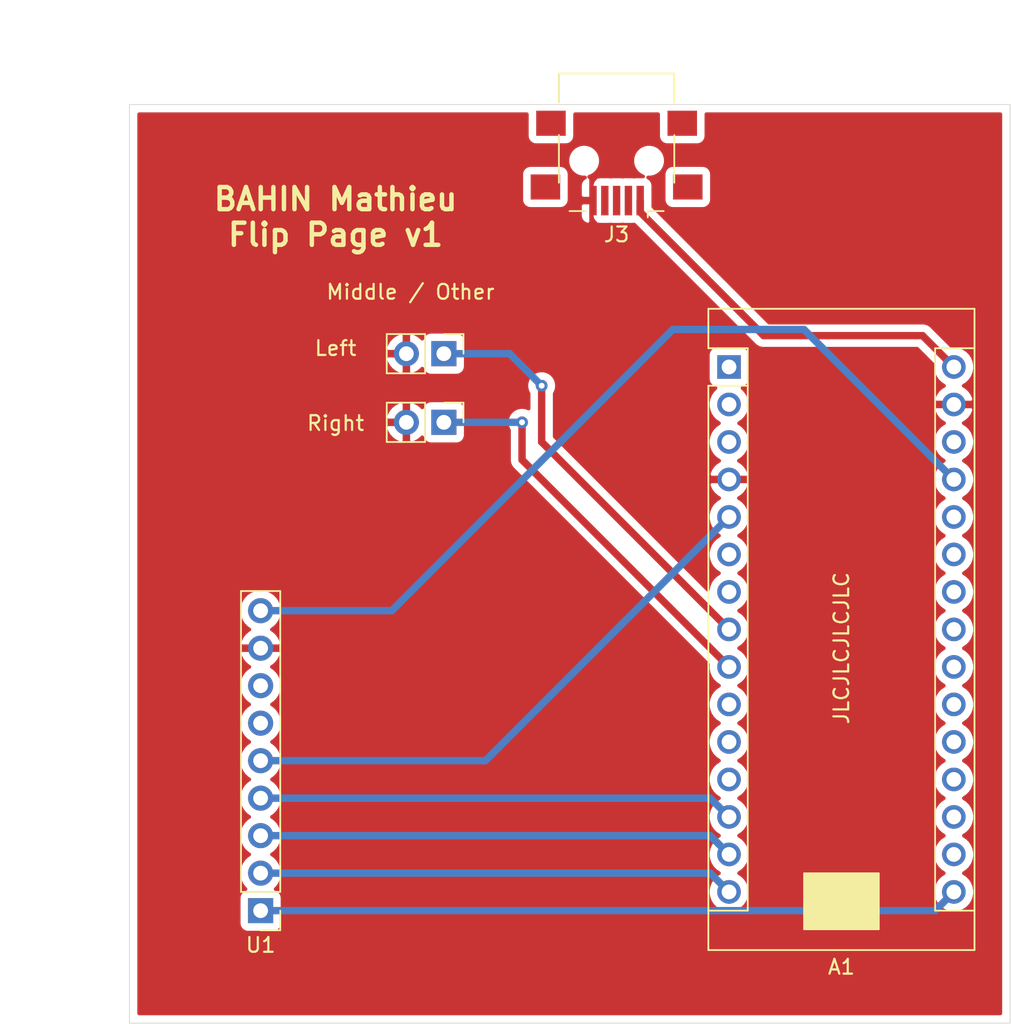
<source format=kicad_pcb>
(kicad_pcb (version 20171130) (host pcbnew "(5.1.8)-1")

  (general
    (thickness 1.6)
    (drawings 14)
    (tracks 27)
    (zones 0)
    (modules 5)
    (nets 36)
  )

  (page A4)
  (layers
    (0 F.Cu signal)
    (31 B.Cu signal)
    (32 B.Adhes user)
    (33 F.Adhes user)
    (34 B.Paste user)
    (35 F.Paste user)
    (36 B.SilkS user)
    (37 F.SilkS user)
    (38 B.Mask user hide)
    (39 F.Mask user hide)
    (40 Dwgs.User user)
    (41 Cmts.User user hide)
    (42 Eco1.User user hide)
    (43 Eco2.User user hide)
    (44 Edge.Cuts user)
    (45 Margin user)
    (46 B.CrtYd user hide)
    (47 F.CrtYd user hide)
    (48 B.Fab user hide)
    (49 F.Fab user hide)
  )

  (setup
    (last_trace_width 0.25)
    (user_trace_width 0.5)
    (trace_clearance 0.2)
    (zone_clearance 0.508)
    (zone_45_only no)
    (trace_min 0.2)
    (via_size 0.8)
    (via_drill 0.4)
    (via_min_size 0.4)
    (via_min_drill 0.3)
    (uvia_size 0.3)
    (uvia_drill 0.1)
    (uvias_allowed no)
    (uvia_min_size 0.2)
    (uvia_min_drill 0.1)
    (edge_width 0.05)
    (segment_width 0.2)
    (pcb_text_width 0.3)
    (pcb_text_size 1.5 1.5)
    (mod_edge_width 0.12)
    (mod_text_size 1 1)
    (mod_text_width 0.15)
    (pad_size 1.7 1.7)
    (pad_drill 1.5)
    (pad_to_mask_clearance 0)
    (aux_axis_origin 0 0)
    (visible_elements 7FFFFFFF)
    (pcbplotparams
      (layerselection 0x010fc_ffffffff)
      (usegerberextensions true)
      (usegerberattributes true)
      (usegerberadvancedattributes true)
      (creategerberjobfile true)
      (excludeedgelayer true)
      (linewidth 0.100000)
      (plotframeref false)
      (viasonmask false)
      (mode 1)
      (useauxorigin false)
      (hpglpennumber 1)
      (hpglpenspeed 20)
      (hpglpendiameter 15.000000)
      (psnegative false)
      (psa4output false)
      (plotreference true)
      (plotvalue true)
      (plotinvisibletext false)
      (padsonsilk false)
      (subtractmaskfromsilk false)
      (outputformat 1)
      (mirror false)
      (drillshape 0)
      (scaleselection 1)
      (outputdirectory "gerber/"))
  )

  (net 0 "")
  (net 1 "Net-(A1-Pad16)")
  (net 2 "Net-(A1-Pad15)")
  (net 3 "Net-(A1-Pad30)")
  (net 4 "Net-(A1-Pad14)")
  (net 5 "Net-(A1-Pad29)")
  (net 6 "Net-(A1-Pad13)")
  (net 7 "Net-(A1-Pad28)")
  (net 8 "Net-(A1-Pad12)")
  (net 9 "Net-(A1-Pad27)")
  (net 10 "Net-(A1-Pad11)")
  (net 11 "Net-(A1-Pad26)")
  (net 12 "Net-(A1-Pad10)")
  (net 13 "Net-(A1-Pad25)")
  (net 14 "Net-(A1-Pad9)")
  (net 15 "Net-(A1-Pad24)")
  (net 16 "Net-(A1-Pad8)")
  (net 17 "Net-(A1-Pad23)")
  (net 18 "Net-(A1-Pad7)")
  (net 19 "Net-(A1-Pad22)")
  (net 20 "Net-(A1-Pad6)")
  (net 21 "Net-(A1-Pad21)")
  (net 22 "Net-(A1-Pad5)")
  (net 23 "Net-(A1-Pad20)")
  (net 24 "Net-(A1-Pad19)")
  (net 25 "Net-(A1-Pad3)")
  (net 26 "Net-(A1-Pad18)")
  (net 27 "Net-(A1-Pad2)")
  (net 28 "Net-(A1-Pad17)")
  (net 29 "Net-(A1-Pad1)")
  (net 30 "Net-(J3-Pad6)")
  (net 31 "Net-(J3-Pad4)")
  (net 32 "Net-(J3-Pad3)")
  (net 33 "Net-(J3-Pad2)")
  (net 34 "Net-(U1-Pad7)")
  (net 35 "Net-(U1-Pad6)")

  (net_class Default "This is the default net class."
    (clearance 0.2)
    (trace_width 0.25)
    (via_dia 0.8)
    (via_drill 0.4)
    (uvia_dia 0.3)
    (uvia_drill 0.1)
    (add_net "Net-(A1-Pad1)")
    (add_net "Net-(A1-Pad10)")
    (add_net "Net-(A1-Pad11)")
    (add_net "Net-(A1-Pad12)")
    (add_net "Net-(A1-Pad13)")
    (add_net "Net-(A1-Pad14)")
    (add_net "Net-(A1-Pad15)")
    (add_net "Net-(A1-Pad16)")
    (add_net "Net-(A1-Pad17)")
    (add_net "Net-(A1-Pad18)")
    (add_net "Net-(A1-Pad19)")
    (add_net "Net-(A1-Pad2)")
    (add_net "Net-(A1-Pad20)")
    (add_net "Net-(A1-Pad21)")
    (add_net "Net-(A1-Pad22)")
    (add_net "Net-(A1-Pad23)")
    (add_net "Net-(A1-Pad24)")
    (add_net "Net-(A1-Pad25)")
    (add_net "Net-(A1-Pad26)")
    (add_net "Net-(A1-Pad27)")
    (add_net "Net-(A1-Pad28)")
    (add_net "Net-(A1-Pad29)")
    (add_net "Net-(A1-Pad3)")
    (add_net "Net-(A1-Pad30)")
    (add_net "Net-(A1-Pad5)")
    (add_net "Net-(A1-Pad6)")
    (add_net "Net-(A1-Pad7)")
    (add_net "Net-(A1-Pad8)")
    (add_net "Net-(A1-Pad9)")
    (add_net "Net-(J3-Pad2)")
    (add_net "Net-(J3-Pad3)")
    (add_net "Net-(J3-Pad4)")
    (add_net "Net-(J3-Pad6)")
    (add_net "Net-(U1-Pad6)")
    (add_net "Net-(U1-Pad7)")
  )

  (module Connector_PinHeader_2.54mm:PinHeader_1x09_P2.54mm_Vertical (layer F.Cu) (tedit 59FED5CC) (tstamp 5FDE145A)
    (at 95.25 132.08 180)
    (descr "Through hole straight pin header, 1x09, 2.54mm pitch, single row")
    (tags "Through hole pin header THT 1x09 2.54mm single row")
    (path /5FBBD8D6)
    (fp_text reference U1 (at 0 -2.33) (layer F.SilkS)
      (effects (font (size 1 1) (thickness 0.15)))
    )
    (fp_text value Bluefruit_SPI_Bluetooth (at 0 22.65) (layer F.Fab)
      (effects (font (size 1 1) (thickness 0.15)))
    )
    (fp_line (start -0.635 -1.27) (end 1.27 -1.27) (layer F.Fab) (width 0.1))
    (fp_line (start 1.27 -1.27) (end 1.27 21.59) (layer F.Fab) (width 0.1))
    (fp_line (start 1.27 21.59) (end -1.27 21.59) (layer F.Fab) (width 0.1))
    (fp_line (start -1.27 21.59) (end -1.27 -0.635) (layer F.Fab) (width 0.1))
    (fp_line (start -1.27 -0.635) (end -0.635 -1.27) (layer F.Fab) (width 0.1))
    (fp_line (start -1.33 21.65) (end 1.33 21.65) (layer F.SilkS) (width 0.12))
    (fp_line (start -1.33 1.27) (end -1.33 21.65) (layer F.SilkS) (width 0.12))
    (fp_line (start 1.33 1.27) (end 1.33 21.65) (layer F.SilkS) (width 0.12))
    (fp_line (start -1.33 1.27) (end 1.33 1.27) (layer F.SilkS) (width 0.12))
    (fp_line (start -1.33 0) (end -1.33 -1.33) (layer F.SilkS) (width 0.12))
    (fp_line (start -1.33 -1.33) (end 0 -1.33) (layer F.SilkS) (width 0.12))
    (fp_line (start -1.8 -1.8) (end -1.8 22.1) (layer F.CrtYd) (width 0.05))
    (fp_line (start -1.8 22.1) (end 1.8 22.1) (layer F.CrtYd) (width 0.05))
    (fp_line (start 1.8 22.1) (end 1.8 -1.8) (layer F.CrtYd) (width 0.05))
    (fp_line (start 1.8 -1.8) (end -1.8 -1.8) (layer F.CrtYd) (width 0.05))
    (fp_text user %R (at 0 10.16 90) (layer F.Fab)
      (effects (font (size 1 1) (thickness 0.15)))
    )
    (pad 1 thru_hole rect (at 0 0 180) (size 1.7 1.7) (drill 1) (layers *.Cu *.Mask)
      (net 1 "Net-(A1-Pad16)"))
    (pad 2 thru_hole oval (at 0 2.54 180) (size 1.7 1.7) (drill 1) (layers *.Cu *.Mask)
      (net 2 "Net-(A1-Pad15)"))
    (pad 3 thru_hole oval (at 0 5.08 180) (size 1.7 1.7) (drill 1) (layers *.Cu *.Mask)
      (net 4 "Net-(A1-Pad14)"))
    (pad 4 thru_hole oval (at 0 7.62 180) (size 1.7 1.7) (drill 1) (layers *.Cu *.Mask)
      (net 6 "Net-(A1-Pad13)"))
    (pad 5 thru_hole oval (at 0 10.16 180) (size 1.7 1.7) (drill 1) (layers *.Cu *.Mask)
      (net 22 "Net-(A1-Pad5)"))
    (pad 6 thru_hole oval (at 0 12.7 180) (size 1.7 1.7) (drill 1) (layers *.Cu *.Mask)
      (net 35 "Net-(U1-Pad6)"))
    (pad 7 thru_hole oval (at 0 15.24 180) (size 1.7 1.7) (drill 1) (layers *.Cu *.Mask)
      (net 34 "Net-(U1-Pad7)"))
    (pad 8 thru_hole oval (at 0 17.78 180) (size 1.7 1.7) (drill 1) (layers *.Cu *.Mask)
      (net 5 "Net-(A1-Pad29)"))
    (pad 9 thru_hole oval (at 0 20.32 180) (size 1.7 1.7) (drill 1) (layers *.Cu *.Mask)
      (net 9 "Net-(A1-Pad27)"))
    (model ${KISYS3DMOD}/Connector_PinHeader_2.54mm.3dshapes/PinHeader_1x09_P2.54mm_Vertical.wrl
      (at (xyz 0 0 0))
      (scale (xyz 1 1 1))
      (rotate (xyz 0 0 0))
    )
  )

  (module librairie:USB_Mini-B_Lumberg_2486_01_Horizontal (layer F.Cu) (tedit 5FD4D036) (tstamp 5FA3011B)
    (at 119.38 81.28 180)
    (descr "USB Mini-B 5-pin SMD connector, http://downloads.lumberg.com/datenblaetter/en/2486_01.pdf")
    (tags "USB USB_B USB_Mini connector")
    (path /5FA241C7)
    (attr smd)
    (fp_text reference J3 (at 0 -5) (layer F.SilkS)
      (effects (font (size 1 1) (thickness 0.15)))
    )
    (fp_text value USB_B_Mini (at 0 7.5) (layer F.Fab)
      (effects (font (size 1 1) (thickness 0.15)))
    )
    (fp_line (start 2.35 -4.2) (end -2.35 -4.2) (layer F.CrtYd) (width 0.05))
    (fp_line (start 2.35 -3.95) (end 2.35 -4.2) (layer F.CrtYd) (width 0.05))
    (fp_line (start 4.35 1.5) (end 5.95 1.5) (layer F.CrtYd) (width 0.05))
    (fp_line (start 4.35 4.2) (end 5.95 4.2) (layer F.CrtYd) (width 0.05))
    (fp_line (start 4.35 6.35) (end 4.35 4.2) (layer F.CrtYd) (width 0.05))
    (fp_line (start 3.91 5.91) (end -3.91 5.91) (layer F.SilkS) (width 0.12))
    (fp_line (start -1.6 -2.85) (end -1.25 -3.35) (layer F.Fab) (width 0.1))
    (fp_line (start -2.11 -3.41) (end -2.11 -3.84) (layer F.SilkS) (width 0.12))
    (fp_line (start 3.91 5.91) (end 3.91 3.96) (layer F.SilkS) (width 0.12))
    (fp_line (start 3.91 1.74) (end 3.91 -1.49) (layer F.SilkS) (width 0.12))
    (fp_line (start 2.11 -3.41) (end 3.19 -3.41) (layer F.SilkS) (width 0.12))
    (fp_line (start -3.19 -3.41) (end -2.11 -3.41) (layer F.SilkS) (width 0.12))
    (fp_line (start -3.91 1.74) (end -3.91 -1.49) (layer F.SilkS) (width 0.12))
    (fp_line (start -3.91 5.91) (end -3.91 3.96) (layer F.SilkS) (width 0.12))
    (fp_line (start 3.85 5.85) (end 3.85 -3.35) (layer F.Fab) (width 0.1))
    (fp_line (start -3.85 5.85) (end 3.85 5.85) (layer F.Fab) (width 0.1))
    (fp_line (start -3.85 -3.35) (end -3.85 5.85) (layer F.Fab) (width 0.1))
    (fp_line (start -3.85 -3.35) (end 3.85 -3.35) (layer F.Fab) (width 0.1))
    (fp_line (start -4.35 6.35) (end 4.35 6.35) (layer F.CrtYd) (width 0.05))
    (fp_line (start 5.95 -3.95) (end 2.35 -3.95) (layer F.CrtYd) (width 0.05))
    (fp_line (start 5.95 1.5) (end 5.95 4.2) (layer F.CrtYd) (width 0.05))
    (fp_line (start -1.95 -3.35) (end -1.6 -2.85) (layer F.Fab) (width 0.1))
    (fp_line (start 4.35 -1.25) (end 4.35 1.5) (layer F.CrtYd) (width 0.05))
    (fp_line (start 4.35 -1.25) (end 5.95 -1.25) (layer F.CrtYd) (width 0.05))
    (fp_line (start 5.95 -3.95) (end 5.95 -1.25) (layer F.CrtYd) (width 0.05))
    (fp_line (start -2.35 -3.95) (end -2.35 -4.2) (layer F.CrtYd) (width 0.05))
    (fp_line (start -5.95 -3.95) (end -2.35 -3.95) (layer F.CrtYd) (width 0.05))
    (fp_line (start -5.95 -3.95) (end -5.95 -1.25) (layer F.CrtYd) (width 0.05))
    (fp_line (start -4.35 -1.25) (end -5.95 -1.25) (layer F.CrtYd) (width 0.05))
    (fp_line (start -4.35 -1.25) (end -4.35 1.5) (layer F.CrtYd) (width 0.05))
    (fp_line (start -4.35 1.5) (end -5.95 1.5) (layer F.CrtYd) (width 0.05))
    (fp_line (start -5.95 1.5) (end -5.95 4.2) (layer F.CrtYd) (width 0.05))
    (fp_line (start -4.35 4.2) (end -5.95 4.2) (layer F.CrtYd) (width 0.05))
    (fp_line (start -4.35 6.35) (end -4.35 4.2) (layer F.CrtYd) (width 0.05))
    (fp_text user %R (at 0 1.6 180) (layer F.Fab)
      (effects (font (size 1 1) (thickness 0.15)))
    )
    (pad 1 smd rect (at -1.6 -2.7 180) (size 0.5 2) (layers F.Cu F.Paste F.Mask)
      (net 3 "Net-(A1-Pad30)"))
    (pad 2 smd rect (at -0.8 -2.7 180) (size 0.5 2) (layers F.Cu F.Paste F.Mask)
      (net 33 "Net-(J3-Pad2)"))
    (pad 3 smd rect (at 0 -2.7 180) (size 0.5 2) (layers F.Cu F.Paste F.Mask)
      (net 32 "Net-(J3-Pad3)"))
    (pad 4 smd rect (at 0.8 -2.7 180) (size 0.5 2) (layers F.Cu F.Paste F.Mask)
      (net 31 "Net-(J3-Pad4)"))
    (pad 5 smd rect (at 1.6 -2.7 180) (size 0.5 2) (layers F.Cu F.Paste F.Mask)
      (net 5 "Net-(A1-Pad29)"))
    (pad 6 smd rect (at -4.826 -1.778 180) (size 2 1.7) (layers F.Cu F.Paste F.Mask)
      (net 30 "Net-(J3-Pad6)"))
    (pad 6 smd rect (at -4.45 2.54 180) (size 2 1.7) (layers F.Cu F.Paste F.Mask)
      (net 30 "Net-(J3-Pad6)"))
    (pad 6 smd rect (at 4.826 -1.778 180) (size 2 1.7) (layers F.Cu F.Paste F.Mask)
      (net 30 "Net-(J3-Pad6)"))
    (pad 6 smd rect (at 4.45 2.54 180) (size 2 1.7) (layers F.Cu F.Paste F.Mask)
      (net 30 "Net-(J3-Pad6)"))
    (pad "" np_thru_hole circle (at -2.2 0 180) (size 1 1) (drill 1) (layers *.Cu *.Mask))
    (pad "" np_thru_hole circle (at 2.2 0 180) (size 1 1) (drill 1) (layers *.Cu *.Mask))
    (model "C:/Users/Mathieu/Documents/projet kicad/librairie/usb_micro_b.stp"
      (offset (xyz 0 -6.5 2))
      (scale (xyz 1 1 1))
      (rotate (xyz -90 0 0))
    )
  )

  (module librairie:Arduino_Nano_step (layer F.Cu) (tedit 5FD4AC4F) (tstamp 5FA300BD)
    (at 127 95.25)
    (descr "Arduino Nano, http://www.mouser.com/pdfdocs/Gravitech_Arduino_Nano3_0.pdf")
    (tags "Arduino Nano")
    (path /5F9722AD)
    (fp_text reference A1 (at 7.62 40.64) (layer F.SilkS)
      (effects (font (size 1 1) (thickness 0.15)))
    )
    (fp_text value Arduino_Nano_v3.x (at 8.89 19.05 90) (layer F.Fab)
      (effects (font (size 1 1) (thickness 0.15)))
    )
    (fp_line (start 16.75 42.16) (end -1.53 42.16) (layer F.CrtYd) (width 0.05))
    (fp_line (start 16.75 42.16) (end 16.75 -4.06) (layer F.CrtYd) (width 0.05))
    (fp_line (start -1.53 -4.06) (end -1.53 42.16) (layer F.CrtYd) (width 0.05))
    (fp_line (start -1.53 -4.06) (end 16.75 -4.06) (layer F.CrtYd) (width 0.05))
    (fp_line (start 16.51 -3.81) (end 16.51 39.37) (layer F.Fab) (width 0.1))
    (fp_line (start 0 -3.81) (end 16.51 -3.81) (layer F.Fab) (width 0.1))
    (fp_line (start -1.27 -2.54) (end 0 -3.81) (layer F.Fab) (width 0.1))
    (fp_line (start -1.27 39.37) (end -1.27 -2.54) (layer F.Fab) (width 0.1))
    (fp_line (start 16.51 39.37) (end -1.27 39.37) (layer F.Fab) (width 0.1))
    (fp_line (start 16.64 -3.94) (end -1.4 -3.94) (layer F.SilkS) (width 0.12))
    (fp_line (start 16.64 39.5) (end 16.64 -3.94) (layer F.SilkS) (width 0.12))
    (fp_line (start -1.4 39.5) (end 16.64 39.5) (layer F.SilkS) (width 0.12))
    (fp_line (start 3.81 41.91) (end 3.81 31.75) (layer F.Fab) (width 0.1))
    (fp_line (start 11.43 41.91) (end 3.81 41.91) (layer F.Fab) (width 0.1))
    (fp_line (start 11.43 31.75) (end 11.43 41.91) (layer F.Fab) (width 0.1))
    (fp_line (start 3.81 31.75) (end 11.43 31.75) (layer F.Fab) (width 0.1))
    (fp_line (start 1.27 36.83) (end -1.4 36.83) (layer F.SilkS) (width 0.12))
    (fp_line (start 1.27 1.27) (end 1.27 36.83) (layer F.SilkS) (width 0.12))
    (fp_line (start 1.27 1.27) (end -1.4 1.27) (layer F.SilkS) (width 0.12))
    (fp_line (start 13.97 36.83) (end 16.64 36.83) (layer F.SilkS) (width 0.12))
    (fp_line (start 13.97 -1.27) (end 13.97 36.83) (layer F.SilkS) (width 0.12))
    (fp_line (start 13.97 -1.27) (end 16.64 -1.27) (layer F.SilkS) (width 0.12))
    (fp_line (start -1.4 -3.94) (end -1.4 -1.27) (layer F.SilkS) (width 0.12))
    (fp_line (start -1.4 1.27) (end -1.4 39.5) (layer F.SilkS) (width 0.12))
    (fp_line (start 1.27 -1.27) (end -1.4 -1.27) (layer F.SilkS) (width 0.12))
    (fp_line (start 1.27 1.27) (end 1.27 -1.27) (layer F.SilkS) (width 0.12))
    (fp_text user %R (at 6.35 19.05 90) (layer F.Fab)
      (effects (font (size 1 1) (thickness 0.15)))
    )
    (pad 1 thru_hole rect (at 0 0) (size 1.6 1.6) (drill 1) (layers *.Cu *.Mask)
      (net 29 "Net-(A1-Pad1)"))
    (pad 17 thru_hole oval (at 15.24 33.02) (size 1.6 1.6) (drill 1) (layers *.Cu *.Mask)
      (net 28 "Net-(A1-Pad17)"))
    (pad 2 thru_hole oval (at 0 2.54) (size 1.6 1.6) (drill 1) (layers *.Cu *.Mask)
      (net 27 "Net-(A1-Pad2)"))
    (pad 18 thru_hole oval (at 15.24 30.48) (size 1.6 1.6) (drill 1) (layers *.Cu *.Mask)
      (net 26 "Net-(A1-Pad18)"))
    (pad 3 thru_hole oval (at 0 5.08) (size 1.6 1.6) (drill 1) (layers *.Cu *.Mask)
      (net 25 "Net-(A1-Pad3)"))
    (pad 19 thru_hole oval (at 15.24 27.94) (size 1.6 1.6) (drill 1) (layers *.Cu *.Mask)
      (net 24 "Net-(A1-Pad19)"))
    (pad 4 thru_hole oval (at 0 7.62) (size 1.6 1.6) (drill 1) (layers *.Cu *.Mask)
      (net 5 "Net-(A1-Pad29)"))
    (pad 20 thru_hole oval (at 15.24 25.4) (size 1.6 1.6) (drill 1) (layers *.Cu *.Mask)
      (net 23 "Net-(A1-Pad20)"))
    (pad 5 thru_hole oval (at 0 10.16) (size 1.6 1.6) (drill 1) (layers *.Cu *.Mask)
      (net 22 "Net-(A1-Pad5)"))
    (pad 21 thru_hole oval (at 15.24 22.86) (size 1.6 1.6) (drill 1) (layers *.Cu *.Mask)
      (net 21 "Net-(A1-Pad21)"))
    (pad 6 thru_hole oval (at 0 12.7) (size 1.6 1.6) (drill 1) (layers *.Cu *.Mask)
      (net 20 "Net-(A1-Pad6)"))
    (pad 22 thru_hole oval (at 15.24 20.32) (size 1.6 1.6) (drill 1) (layers *.Cu *.Mask)
      (net 19 "Net-(A1-Pad22)"))
    (pad 7 thru_hole oval (at 0 15.24) (size 1.6 1.6) (drill 1) (layers *.Cu *.Mask)
      (net 18 "Net-(A1-Pad7)"))
    (pad 23 thru_hole oval (at 15.24 17.78) (size 1.6 1.6) (drill 1) (layers *.Cu *.Mask)
      (net 17 "Net-(A1-Pad23)"))
    (pad 8 thru_hole oval (at 0 17.78) (size 1.6 1.6) (drill 1) (layers *.Cu *.Mask)
      (net 16 "Net-(A1-Pad8)"))
    (pad 24 thru_hole oval (at 15.24 15.24) (size 1.6 1.6) (drill 1) (layers *.Cu *.Mask)
      (net 15 "Net-(A1-Pad24)"))
    (pad 9 thru_hole oval (at 0 20.32) (size 1.6 1.6) (drill 1) (layers *.Cu *.Mask)
      (net 14 "Net-(A1-Pad9)"))
    (pad 25 thru_hole oval (at 15.24 12.7) (size 1.6 1.6) (drill 1) (layers *.Cu *.Mask)
      (net 13 "Net-(A1-Pad25)"))
    (pad 10 thru_hole oval (at 0 22.86) (size 1.6 1.6) (drill 1) (layers *.Cu *.Mask)
      (net 12 "Net-(A1-Pad10)"))
    (pad 26 thru_hole oval (at 15.24 10.16) (size 1.6 1.6) (drill 1) (layers *.Cu *.Mask)
      (net 11 "Net-(A1-Pad26)"))
    (pad 11 thru_hole oval (at 0 25.4) (size 1.6 1.6) (drill 1) (layers *.Cu *.Mask)
      (net 10 "Net-(A1-Pad11)"))
    (pad 27 thru_hole oval (at 15.24 7.62) (size 1.6 1.6) (drill 1) (layers *.Cu *.Mask)
      (net 9 "Net-(A1-Pad27)"))
    (pad 12 thru_hole oval (at 0 27.94) (size 1.6 1.6) (drill 1) (layers *.Cu *.Mask)
      (net 8 "Net-(A1-Pad12)"))
    (pad 28 thru_hole oval (at 15.24 5.08) (size 1.6 1.6) (drill 1) (layers *.Cu *.Mask)
      (net 7 "Net-(A1-Pad28)"))
    (pad 13 thru_hole oval (at 0 30.48) (size 1.6 1.6) (drill 1) (layers *.Cu *.Mask)
      (net 6 "Net-(A1-Pad13)"))
    (pad 29 thru_hole oval (at 15.24 2.54) (size 1.6 1.6) (drill 1) (layers *.Cu *.Mask)
      (net 5 "Net-(A1-Pad29)"))
    (pad 14 thru_hole oval (at 0 33.02) (size 1.6 1.6) (drill 1) (layers *.Cu *.Mask)
      (net 4 "Net-(A1-Pad14)"))
    (pad 30 thru_hole oval (at 15.24 0) (size 1.6 1.6) (drill 1) (layers *.Cu *.Mask)
      (net 3 "Net-(A1-Pad30)"))
    (pad 15 thru_hole oval (at 0 35.56) (size 1.6 1.6) (drill 1) (layers *.Cu *.Mask)
      (net 2 "Net-(A1-Pad15)"))
    (pad 16 thru_hole oval (at 15.24 35.56) (size 1.6 1.6) (drill 1) (layers *.Cu *.Mask)
      (net 1 "Net-(A1-Pad16)"))
    (model ${KISYS3DMOD}/Module.3dshapes/Arduino_Nano_WithMountingHoles.wrl
      (at (xyz 0 0 0))
      (scale (xyz 1 1 1))
      (rotate (xyz 0 0 0))
    )
    (model "C:/Users/Mathieu/Documents/projet kicad/librairie/Arduino Nano/arduino nano.STEP"
      (offset (xyz 0 0 2.5))
      (scale (xyz 1 1 1))
      (rotate (xyz -90 0 90))
    )
  )

  (module Connector_PinHeader_2.54mm:PinHeader_1x02_P2.54mm_Vertical (layer F.Cu) (tedit 59FED5CC) (tstamp 5FA300E9)
    (at 107.67 99 270)
    (descr "Through hole straight pin header, 1x02, 2.54mm pitch, single row")
    (tags "Through hole pin header THT 1x02 2.54mm single row")
    (path /5FA1D680)
    (fp_text reference J2 (at 1.33 -2.82 180) (layer F.SilkS) hide
      (effects (font (size 1 1) (thickness 0.15)))
    )
    (fp_text value Conn_01x02_Male (at 0 4.87 90) (layer F.Fab)
      (effects (font (size 1 1) (thickness 0.15)))
    )
    (fp_line (start 1.8 -1.8) (end -1.8 -1.8) (layer F.CrtYd) (width 0.05))
    (fp_line (start 1.8 4.35) (end 1.8 -1.8) (layer F.CrtYd) (width 0.05))
    (fp_line (start -1.8 4.35) (end 1.8 4.35) (layer F.CrtYd) (width 0.05))
    (fp_line (start -1.8 -1.8) (end -1.8 4.35) (layer F.CrtYd) (width 0.05))
    (fp_line (start -1.33 -1.33) (end 0 -1.33) (layer F.SilkS) (width 0.12))
    (fp_line (start -1.33 0) (end -1.33 -1.33) (layer F.SilkS) (width 0.12))
    (fp_line (start -1.33 1.27) (end 1.33 1.27) (layer F.SilkS) (width 0.12))
    (fp_line (start 1.33 1.27) (end 1.33 3.87) (layer F.SilkS) (width 0.12))
    (fp_line (start -1.33 1.27) (end -1.33 3.87) (layer F.SilkS) (width 0.12))
    (fp_line (start -1.33 3.87) (end 1.33 3.87) (layer F.SilkS) (width 0.12))
    (fp_line (start -1.27 -0.635) (end -0.635 -1.27) (layer F.Fab) (width 0.1))
    (fp_line (start -1.27 3.81) (end -1.27 -0.635) (layer F.Fab) (width 0.1))
    (fp_line (start 1.27 3.81) (end -1.27 3.81) (layer F.Fab) (width 0.1))
    (fp_line (start 1.27 -1.27) (end 1.27 3.81) (layer F.Fab) (width 0.1))
    (fp_line (start -0.635 -1.27) (end 1.27 -1.27) (layer F.Fab) (width 0.1))
    (fp_text user %R (at 0 1.27) (layer F.Fab)
      (effects (font (size 1 1) (thickness 0.15)))
    )
    (pad 2 thru_hole oval (at 0 2.54 270) (size 1.7 1.7) (drill 1) (layers *.Cu *.Mask)
      (net 5 "Net-(A1-Pad29)"))
    (pad 1 thru_hole rect (at 0 0 270) (size 1.7 1.7) (drill 1) (layers *.Cu *.Mask)
      (net 14 "Net-(A1-Pad9)"))
    (model ${KISYS3DMOD}/Connector_PinHeader_2.54mm.3dshapes/PinHeader_1x02_P2.54mm_Vertical.wrl
      (at (xyz 0 0 0))
      (scale (xyz 1 1 1))
      (rotate (xyz 0 0 0))
    )
  )

  (module Connector_PinHeader_2.54mm:PinHeader_1x02_P2.54mm_Vertical (layer F.Cu) (tedit 59FED5CC) (tstamp 5FA300D3)
    (at 107.67 94.35 270)
    (descr "Through hole straight pin header, 1x02, 2.54mm pitch, single row")
    (tags "Through hole pin header THT 1x02 2.54mm single row")
    (path /5FA1C9BF)
    (fp_text reference J1 (at 0.9 -2.82 180) (layer F.SilkS) hide
      (effects (font (size 1 1) (thickness 0.15)))
    )
    (fp_text value Conn_01x02_Male (at 0 4.87 90) (layer F.Fab)
      (effects (font (size 1 1) (thickness 0.15)))
    )
    (fp_line (start 1.8 -1.8) (end -1.8 -1.8) (layer F.CrtYd) (width 0.05))
    (fp_line (start 1.8 4.35) (end 1.8 -1.8) (layer F.CrtYd) (width 0.05))
    (fp_line (start -1.8 4.35) (end 1.8 4.35) (layer F.CrtYd) (width 0.05))
    (fp_line (start -1.8 -1.8) (end -1.8 4.35) (layer F.CrtYd) (width 0.05))
    (fp_line (start -1.33 -1.33) (end 0 -1.33) (layer F.SilkS) (width 0.12))
    (fp_line (start -1.33 0) (end -1.33 -1.33) (layer F.SilkS) (width 0.12))
    (fp_line (start -1.33 1.27) (end 1.33 1.27) (layer F.SilkS) (width 0.12))
    (fp_line (start 1.33 1.27) (end 1.33 3.87) (layer F.SilkS) (width 0.12))
    (fp_line (start -1.33 1.27) (end -1.33 3.87) (layer F.SilkS) (width 0.12))
    (fp_line (start -1.33 3.87) (end 1.33 3.87) (layer F.SilkS) (width 0.12))
    (fp_line (start -1.27 -0.635) (end -0.635 -1.27) (layer F.Fab) (width 0.1))
    (fp_line (start -1.27 3.81) (end -1.27 -0.635) (layer F.Fab) (width 0.1))
    (fp_line (start 1.27 3.81) (end -1.27 3.81) (layer F.Fab) (width 0.1))
    (fp_line (start 1.27 -1.27) (end 1.27 3.81) (layer F.Fab) (width 0.1))
    (fp_line (start -0.635 -1.27) (end 1.27 -1.27) (layer F.Fab) (width 0.1))
    (fp_text user %R (at 0 1.27) (layer F.Fab)
      (effects (font (size 1 1) (thickness 0.15)))
    )
    (pad 2 thru_hole oval (at 0 2.54 270) (size 1.7 1.7) (drill 1) (layers *.Cu *.Mask)
      (net 5 "Net-(A1-Pad29)"))
    (pad 1 thru_hole rect (at 0 0 270) (size 1.7 1.7) (drill 1) (layers *.Cu *.Mask)
      (net 16 "Net-(A1-Pad8)"))
    (model ${KISYS3DMOD}/Connector_PinHeader_2.54mm.3dshapes/PinHeader_1x02_P2.54mm_Vertical.wrl
      (at (xyz 0 0 0))
      (scale (xyz 1 1 1))
      (rotate (xyz 0 0 0))
    )
  )

  (gr_text Right (at 100.33 99.06) (layer F.SilkS)
    (effects (font (size 1 1) (thickness 0.15)))
  )
  (gr_text Left (at 100.33 93.98) (layer F.SilkS)
    (effects (font (size 1 1) (thickness 0.15)))
  )
  (gr_text "Middle / Other" (at 105.41 90.17) (layer F.SilkS)
    (effects (font (size 1 1) (thickness 0.15)))
  )
  (dimension 22.86 (width 0.15) (layer Dwgs.User)
    (gr_text "22,860 mm" (at 134.62 74.900001) (layer Dwgs.User)
      (effects (font (size 1 1) (thickness 0.15)))
    )
    (feature1 (pts (xy 123.19 77.47) (xy 123.19 75.61358)))
    (feature2 (pts (xy 146.05 77.47) (xy 146.05 75.61358)))
    (crossbar (pts (xy 146.05 76.200001) (xy 123.19 76.200001)))
    (arrow1a (pts (xy 123.19 76.200001) (xy 124.316504 75.61358)))
    (arrow1b (pts (xy 123.19 76.200001) (xy 124.316504 76.786422)))
    (arrow2a (pts (xy 146.05 76.200001) (xy 144.923496 75.61358)))
    (arrow2b (pts (xy 146.05 76.200001) (xy 144.923496 76.786422)))
  )
  (dimension 29.110386 (width 0.15) (layer Dwgs.User)
    (gr_text "29,110 mm" (at 100.902128 74.897035 0.2952350004) (layer Dwgs.User)
      (effects (font (size 1 1) (thickness 0.15)))
    )
    (feature1 (pts (xy 115.47 77.32) (xy 115.460805 75.535605)))
    (feature2 (pts (xy 86.36 77.47) (xy 86.350805 75.685605)))
    (crossbar (pts (xy 86.353827 76.272018) (xy 115.463827 76.122018)))
    (arrow1a (pts (xy 115.463827 76.122018) (xy 114.34036 76.714236)))
    (arrow1b (pts (xy 115.463827 76.122018) (xy 114.334316 75.54141)))
    (arrow2a (pts (xy 86.353827 76.272018) (xy 87.483338 76.852626)))
    (arrow2b (pts (xy 86.353827 76.272018) (xy 87.477294 75.6798)))
  )
  (gr_text JLCJLCJLCJLC (at 134.62 114.3 90) (layer F.SilkS)
    (effects (font (size 1 1) (thickness 0.15)))
  )
  (gr_poly (pts (xy 137.16 133.35) (xy 132.08 133.35) (xy 132.08 129.54) (xy 137.16 129.54)) (layer F.SilkS) (width 0.1))
  (dimension 62.23 (width 0.15) (layer Dwgs.User)
    (gr_text "62,230 mm" (at 81.25 108.585 270) (layer Dwgs.User)
      (effects (font (size 1 1) (thickness 0.15)))
    )
    (feature1 (pts (xy 86.36 139.7) (xy 81.963579 139.7)))
    (feature2 (pts (xy 86.36 77.47) (xy 81.963579 77.47)))
    (crossbar (pts (xy 82.55 77.47) (xy 82.55 139.7)))
    (arrow1a (pts (xy 82.55 139.7) (xy 81.963579 138.573496)))
    (arrow1b (pts (xy 82.55 139.7) (xy 83.136421 138.573496)))
    (arrow2a (pts (xy 82.55 77.47) (xy 81.963579 78.596504)))
    (arrow2b (pts (xy 82.55 77.47) (xy 83.136421 78.596504)))
  )
  (dimension 59.69 (width 0.15) (layer Dwgs.User)
    (gr_text "59,690 mm" (at 116.205 71.09) (layer Dwgs.User)
      (effects (font (size 1 1) (thickness 0.15)))
    )
    (feature1 (pts (xy 146.05 77.47) (xy 146.05 71.803579)))
    (feature2 (pts (xy 86.36 77.47) (xy 86.36 71.803579)))
    (crossbar (pts (xy 86.36 72.39) (xy 146.05 72.39)))
    (arrow1a (pts (xy 146.05 72.39) (xy 144.923496 72.976421)))
    (arrow1b (pts (xy 146.05 72.39) (xy 144.923496 71.803579)))
    (arrow2a (pts (xy 86.36 72.39) (xy 87.486504 72.976421)))
    (arrow2b (pts (xy 86.36 72.39) (xy 87.486504 71.803579)))
  )
  (gr_text "BAHIN Mathieu\nFlip Page v1" (at 100.33 85.09) (layer F.SilkS)
    (effects (font (size 1.5 1.5) (thickness 0.3)))
  )
  (gr_line (start 86.36 77.47) (end 86.36 139.7) (layer Edge.Cuts) (width 0.05) (tstamp 5FA30DD5))
  (gr_line (start 146.05 77.47) (end 86.36 77.47) (layer Edge.Cuts) (width 0.05))
  (gr_line (start 146.05 139.7) (end 146.05 77.47) (layer Edge.Cuts) (width 0.05))
  (gr_line (start 86.36 139.7) (end 146.05 139.7) (layer Edge.Cuts) (width 0.05))

  (segment (start 140.97 132.08) (end 142.24 130.81) (width 0.5) (layer B.Cu) (net 1))
  (segment (start 95.25 132.08) (end 140.97 132.08) (width 0.5) (layer B.Cu) (net 1))
  (segment (start 125.73 129.54) (end 127 130.81) (width 0.5) (layer B.Cu) (net 2))
  (segment (start 95.25 129.54) (end 125.73 129.54) (width 0.5) (layer B.Cu) (net 2))
  (segment (start 140.119999 93.129999) (end 142.24 95.25) (width 0.5) (layer F.Cu) (net 3))
  (segment (start 129.349999 93.129999) (end 140.119999 93.129999) (width 0.5) (layer F.Cu) (net 3))
  (segment (start 120.98 84.76) (end 129.349999 93.129999) (width 0.5) (layer F.Cu) (net 3))
  (segment (start 120.98 83.98) (end 120.98 84.76) (width 0.5) (layer F.Cu) (net 3))
  (segment (start 125.73 127) (end 127 128.27) (width 0.5) (layer B.Cu) (net 4))
  (segment (start 95.25 127) (end 125.73 127) (width 0.5) (layer B.Cu) (net 4))
  (segment (start 125.73 124.46) (end 127 125.73) (width 0.5) (layer B.Cu) (net 6))
  (segment (start 95.25 124.46) (end 125.73 124.46) (width 0.5) (layer B.Cu) (net 6))
  (segment (start 132.08 92.71) (end 142.24 102.87) (width 0.5) (layer B.Cu) (net 9))
  (segment (start 123.19 92.71) (end 132.08 92.71) (width 0.5) (layer B.Cu) (net 9))
  (segment (start 95.25 111.76) (end 104.14 111.76) (width 0.5) (layer B.Cu) (net 9))
  (segment (start 104.14 111.76) (end 123.19 92.71) (width 0.5) (layer B.Cu) (net 9))
  (segment (start 107.67 99) (end 112.97 99) (width 0.5) (layer B.Cu) (net 14))
  (via (at 112.97 99) (size 0.8) (drill 0.4) (layers F.Cu B.Cu) (net 14))
  (segment (start 112.97 101.54) (end 127 115.57) (width 0.5) (layer F.Cu) (net 14))
  (segment (start 112.97 99) (end 112.97 101.54) (width 0.5) (layer F.Cu) (net 14))
  (via (at 114.3 96.52) (size 0.8) (drill 0.4) (layers F.Cu B.Cu) (net 16))
  (segment (start 112.13 94.35) (end 114.3 96.52) (width 0.5) (layer B.Cu) (net 16))
  (segment (start 107.67 94.35) (end 112.13 94.35) (width 0.5) (layer B.Cu) (net 16))
  (segment (start 114.3 100.33) (end 127 113.03) (width 0.5) (layer F.Cu) (net 16))
  (segment (start 114.3 96.52) (end 114.3 100.33) (width 0.5) (layer F.Cu) (net 16))
  (segment (start 110.49 121.92) (end 127 105.41) (width 0.5) (layer B.Cu) (net 22))
  (segment (start 95.25 121.92) (end 110.49 121.92) (width 0.5) (layer B.Cu) (net 22))

  (zone (net 5) (net_name "Net-(A1-Pad29)") (layer F.Cu) (tstamp 0) (hatch edge 0.508)
    (connect_pads (clearance 0.508))
    (min_thickness 0.254)
    (fill yes (arc_segments 32) (thermal_gap 0.508) (thermal_bridge_width 0.508))
    (polygon
      (pts
        (xy 146.05 139.7) (xy 86.36 139.7) (xy 86.36 77.47) (xy 146.05 77.47)
      )
    )
    (filled_polygon
      (pts
        (xy 113.291928 79.59) (xy 113.304188 79.714482) (xy 113.340498 79.83418) (xy 113.399463 79.944494) (xy 113.478815 80.041185)
        (xy 113.575506 80.120537) (xy 113.68582 80.179502) (xy 113.805518 80.215812) (xy 113.93 80.228072) (xy 115.93 80.228072)
        (xy 116.054482 80.215812) (xy 116.17418 80.179502) (xy 116.284494 80.120537) (xy 116.381185 80.041185) (xy 116.460537 79.944494)
        (xy 116.519502 79.83418) (xy 116.555812 79.714482) (xy 116.568072 79.59) (xy 116.568072 78.13) (xy 122.191928 78.13)
        (xy 122.191928 79.59) (xy 122.204188 79.714482) (xy 122.240498 79.83418) (xy 122.299463 79.944494) (xy 122.378815 80.041185)
        (xy 122.475506 80.120537) (xy 122.58582 80.179502) (xy 122.705518 80.215812) (xy 122.83 80.228072) (xy 124.83 80.228072)
        (xy 124.954482 80.215812) (xy 125.07418 80.179502) (xy 125.184494 80.120537) (xy 125.281185 80.041185) (xy 125.360537 79.944494)
        (xy 125.419502 79.83418) (xy 125.455812 79.714482) (xy 125.468072 79.59) (xy 125.468072 78.13) (xy 145.390001 78.13)
        (xy 145.39 139.04) (xy 87.02 139.04) (xy 87.02 131.23) (xy 93.761928 131.23) (xy 93.761928 132.93)
        (xy 93.774188 133.054482) (xy 93.810498 133.17418) (xy 93.869463 133.284494) (xy 93.948815 133.381185) (xy 94.045506 133.460537)
        (xy 94.15582 133.519502) (xy 94.275518 133.555812) (xy 94.4 133.568072) (xy 96.1 133.568072) (xy 96.224482 133.555812)
        (xy 96.34418 133.519502) (xy 96.454494 133.460537) (xy 96.551185 133.381185) (xy 96.630537 133.284494) (xy 96.689502 133.17418)
        (xy 96.725812 133.054482) (xy 96.738072 132.93) (xy 96.738072 131.23) (xy 96.725812 131.105518) (xy 96.689502 130.98582)
        (xy 96.630537 130.875506) (xy 96.551185 130.778815) (xy 96.454494 130.699463) (xy 96.34418 130.640498) (xy 96.27162 130.618487)
        (xy 96.403475 130.486632) (xy 96.56599 130.243411) (xy 96.677932 129.973158) (xy 96.735 129.68626) (xy 96.735 129.39374)
        (xy 96.677932 129.106842) (xy 96.56599 128.836589) (xy 96.403475 128.593368) (xy 96.196632 128.386525) (xy 96.02224 128.27)
        (xy 96.196632 128.153475) (xy 96.403475 127.946632) (xy 96.56599 127.703411) (xy 96.677932 127.433158) (xy 96.735 127.14626)
        (xy 96.735 126.85374) (xy 96.677932 126.566842) (xy 96.56599 126.296589) (xy 96.403475 126.053368) (xy 96.196632 125.846525)
        (xy 96.02224 125.73) (xy 96.196632 125.613475) (xy 96.403475 125.406632) (xy 96.56599 125.163411) (xy 96.677932 124.893158)
        (xy 96.735 124.60626) (xy 96.735 124.31374) (xy 96.677932 124.026842) (xy 96.56599 123.756589) (xy 96.403475 123.513368)
        (xy 96.196632 123.306525) (xy 96.02224 123.19) (xy 96.196632 123.073475) (xy 96.403475 122.866632) (xy 96.56599 122.623411)
        (xy 96.677932 122.353158) (xy 96.735 122.06626) (xy 96.735 121.77374) (xy 96.677932 121.486842) (xy 96.56599 121.216589)
        (xy 96.403475 120.973368) (xy 96.196632 120.766525) (xy 96.02224 120.65) (xy 96.196632 120.533475) (xy 96.403475 120.326632)
        (xy 96.56599 120.083411) (xy 96.677932 119.813158) (xy 96.735 119.52626) (xy 96.735 119.23374) (xy 96.677932 118.946842)
        (xy 96.56599 118.676589) (xy 96.403475 118.433368) (xy 96.196632 118.226525) (xy 96.02224 118.11) (xy 96.196632 117.993475)
        (xy 96.403475 117.786632) (xy 96.56599 117.543411) (xy 96.677932 117.273158) (xy 96.735 116.98626) (xy 96.735 116.69374)
        (xy 96.677932 116.406842) (xy 96.56599 116.136589) (xy 96.403475 115.893368) (xy 96.196632 115.686525) (xy 96.014466 115.564805)
        (xy 96.131355 115.495178) (xy 96.347588 115.300269) (xy 96.521641 115.06692) (xy 96.646825 114.804099) (xy 96.691476 114.65689)
        (xy 96.570155 114.427) (xy 95.377 114.427) (xy 95.377 114.447) (xy 95.123 114.447) (xy 95.123 114.427)
        (xy 93.929845 114.427) (xy 93.808524 114.65689) (xy 93.853175 114.804099) (xy 93.978359 115.06692) (xy 94.152412 115.300269)
        (xy 94.368645 115.495178) (xy 94.485534 115.564805) (xy 94.303368 115.686525) (xy 94.096525 115.893368) (xy 93.93401 116.136589)
        (xy 93.822068 116.406842) (xy 93.765 116.69374) (xy 93.765 116.98626) (xy 93.822068 117.273158) (xy 93.93401 117.543411)
        (xy 94.096525 117.786632) (xy 94.303368 117.993475) (xy 94.47776 118.11) (xy 94.303368 118.226525) (xy 94.096525 118.433368)
        (xy 93.93401 118.676589) (xy 93.822068 118.946842) (xy 93.765 119.23374) (xy 93.765 119.52626) (xy 93.822068 119.813158)
        (xy 93.93401 120.083411) (xy 94.096525 120.326632) (xy 94.303368 120.533475) (xy 94.47776 120.65) (xy 94.303368 120.766525)
        (xy 94.096525 120.973368) (xy 93.93401 121.216589) (xy 93.822068 121.486842) (xy 93.765 121.77374) (xy 93.765 122.06626)
        (xy 93.822068 122.353158) (xy 93.93401 122.623411) (xy 94.096525 122.866632) (xy 94.303368 123.073475) (xy 94.47776 123.19)
        (xy 94.303368 123.306525) (xy 94.096525 123.513368) (xy 93.93401 123.756589) (xy 93.822068 124.026842) (xy 93.765 124.31374)
        (xy 93.765 124.60626) (xy 93.822068 124.893158) (xy 93.93401 125.163411) (xy 94.096525 125.406632) (xy 94.303368 125.613475)
        (xy 94.47776 125.73) (xy 94.303368 125.846525) (xy 94.096525 126.053368) (xy 93.93401 126.296589) (xy 93.822068 126.566842)
        (xy 93.765 126.85374) (xy 93.765 127.14626) (xy 93.822068 127.433158) (xy 93.93401 127.703411) (xy 94.096525 127.946632)
        (xy 94.303368 128.153475) (xy 94.47776 128.27) (xy 94.303368 128.386525) (xy 94.096525 128.593368) (xy 93.93401 128.836589)
        (xy 93.822068 129.106842) (xy 93.765 129.39374) (xy 93.765 129.68626) (xy 93.822068 129.973158) (xy 93.93401 130.243411)
        (xy 94.096525 130.486632) (xy 94.22838 130.618487) (xy 94.15582 130.640498) (xy 94.045506 130.699463) (xy 93.948815 130.778815)
        (xy 93.869463 130.875506) (xy 93.810498 130.98582) (xy 93.774188 131.105518) (xy 93.761928 131.23) (xy 87.02 131.23)
        (xy 87.02 111.61374) (xy 93.765 111.61374) (xy 93.765 111.90626) (xy 93.822068 112.193158) (xy 93.93401 112.463411)
        (xy 94.096525 112.706632) (xy 94.303368 112.913475) (xy 94.485534 113.035195) (xy 94.368645 113.104822) (xy 94.152412 113.299731)
        (xy 93.978359 113.53308) (xy 93.853175 113.795901) (xy 93.808524 113.94311) (xy 93.929845 114.173) (xy 95.123 114.173)
        (xy 95.123 114.153) (xy 95.377 114.153) (xy 95.377 114.173) (xy 96.570155 114.173) (xy 96.691476 113.94311)
        (xy 96.646825 113.795901) (xy 96.521641 113.53308) (xy 96.347588 113.299731) (xy 96.131355 113.104822) (xy 96.014466 113.035195)
        (xy 96.196632 112.913475) (xy 96.403475 112.706632) (xy 96.56599 112.463411) (xy 96.677932 112.193158) (xy 96.735 111.90626)
        (xy 96.735 111.61374) (xy 96.677932 111.326842) (xy 96.56599 111.056589) (xy 96.403475 110.813368) (xy 96.196632 110.606525)
        (xy 95.953411 110.44401) (xy 95.683158 110.332068) (xy 95.39626 110.275) (xy 95.10374 110.275) (xy 94.816842 110.332068)
        (xy 94.546589 110.44401) (xy 94.303368 110.606525) (xy 94.096525 110.813368) (xy 93.93401 111.056589) (xy 93.822068 111.326842)
        (xy 93.765 111.61374) (xy 87.02 111.61374) (xy 87.02 99.356891) (xy 103.688519 99.356891) (xy 103.785843 99.631252)
        (xy 103.934822 99.881355) (xy 104.129731 100.097588) (xy 104.36308 100.271641) (xy 104.625901 100.396825) (xy 104.77311 100.441476)
        (xy 105.003 100.320155) (xy 105.003 99.127) (xy 103.809186 99.127) (xy 103.688519 99.356891) (xy 87.02 99.356891)
        (xy 87.02 98.643109) (xy 103.688519 98.643109) (xy 103.809186 98.873) (xy 105.003 98.873) (xy 105.003 97.679845)
        (xy 105.257 97.679845) (xy 105.257 98.873) (xy 105.277 98.873) (xy 105.277 99.127) (xy 105.257 99.127)
        (xy 105.257 100.320155) (xy 105.48689 100.441476) (xy 105.634099 100.396825) (xy 105.89692 100.271641) (xy 106.130269 100.097588)
        (xy 106.206034 100.013534) (xy 106.230498 100.09418) (xy 106.289463 100.204494) (xy 106.368815 100.301185) (xy 106.465506 100.380537)
        (xy 106.57582 100.439502) (xy 106.695518 100.475812) (xy 106.82 100.488072) (xy 108.52 100.488072) (xy 108.644482 100.475812)
        (xy 108.76418 100.439502) (xy 108.874494 100.380537) (xy 108.971185 100.301185) (xy 109.050537 100.204494) (xy 109.109502 100.09418)
        (xy 109.145812 99.974482) (xy 109.158072 99.85) (xy 109.158072 98.898061) (xy 111.935 98.898061) (xy 111.935 99.101939)
        (xy 111.974774 99.301898) (xy 112.052795 99.490256) (xy 112.085 99.538455) (xy 112.085001 101.496521) (xy 112.080719 101.54)
        (xy 112.097805 101.71349) (xy 112.148412 101.880313) (xy 112.23059 102.034059) (xy 112.313468 102.135046) (xy 112.313471 102.135049)
        (xy 112.341184 102.168817) (xy 112.374952 102.19653) (xy 125.571983 115.393562) (xy 125.565 115.428665) (xy 125.565 115.711335)
        (xy 125.620147 115.988574) (xy 125.72832 116.249727) (xy 125.885363 116.484759) (xy 126.085241 116.684637) (xy 126.317759 116.84)
        (xy 126.085241 116.995363) (xy 125.885363 117.195241) (xy 125.72832 117.430273) (xy 125.620147 117.691426) (xy 125.565 117.968665)
        (xy 125.565 118.251335) (xy 125.620147 118.528574) (xy 125.72832 118.789727) (xy 125.885363 119.024759) (xy 126.085241 119.224637)
        (xy 126.317759 119.38) (xy 126.085241 119.535363) (xy 125.885363 119.735241) (xy 125.72832 119.970273) (xy 125.620147 120.231426)
        (xy 125.565 120.508665) (xy 125.565 120.791335) (xy 125.620147 121.068574) (xy 125.72832 121.329727) (xy 125.885363 121.564759)
        (xy 126.085241 121.764637) (xy 126.317759 121.92) (xy 126.085241 122.075363) (xy 125.885363 122.275241) (xy 125.72832 122.510273)
        (xy 125.620147 122.771426) (xy 125.565 123.048665) (xy 125.565 123.331335) (xy 125.620147 123.608574) (xy 125.72832 123.869727)
        (xy 125.885363 124.104759) (xy 126.085241 124.304637) (xy 126.317759 124.46) (xy 126.085241 124.615363) (xy 125.885363 124.815241)
        (xy 125.72832 125.050273) (xy 125.620147 125.311426) (xy 125.565 125.588665) (xy 125.565 125.871335) (xy 125.620147 126.148574)
        (xy 125.72832 126.409727) (xy 125.885363 126.644759) (xy 126.085241 126.844637) (xy 126.317759 127) (xy 126.085241 127.155363)
        (xy 125.885363 127.355241) (xy 125.72832 127.590273) (xy 125.620147 127.851426) (xy 125.565 128.128665) (xy 125.565 128.411335)
        (xy 125.620147 128.688574) (xy 125.72832 128.949727) (xy 125.885363 129.184759) (xy 126.085241 129.384637) (xy 126.317759 129.54)
        (xy 126.085241 129.695363) (xy 125.885363 129.895241) (xy 125.72832 130.130273) (xy 125.620147 130.391426) (xy 125.565 130.668665)
        (xy 125.565 130.951335) (xy 125.620147 131.228574) (xy 125.72832 131.489727) (xy 125.885363 131.724759) (xy 126.085241 131.924637)
        (xy 126.320273 132.08168) (xy 126.581426 132.189853) (xy 126.858665 132.245) (xy 127.141335 132.245) (xy 127.418574 132.189853)
        (xy 127.679727 132.08168) (xy 127.914759 131.924637) (xy 128.114637 131.724759) (xy 128.27168 131.489727) (xy 128.379853 131.228574)
        (xy 128.435 130.951335) (xy 128.435 130.668665) (xy 128.379853 130.391426) (xy 128.27168 130.130273) (xy 128.114637 129.895241)
        (xy 127.914759 129.695363) (xy 127.682241 129.54) (xy 127.914759 129.384637) (xy 128.114637 129.184759) (xy 128.27168 128.949727)
        (xy 128.379853 128.688574) (xy 128.435 128.411335) (xy 128.435 128.128665) (xy 128.379853 127.851426) (xy 128.27168 127.590273)
        (xy 128.114637 127.355241) (xy 127.914759 127.155363) (xy 127.682241 127) (xy 127.914759 126.844637) (xy 128.114637 126.644759)
        (xy 128.27168 126.409727) (xy 128.379853 126.148574) (xy 128.435 125.871335) (xy 128.435 125.588665) (xy 128.379853 125.311426)
        (xy 128.27168 125.050273) (xy 128.114637 124.815241) (xy 127.914759 124.615363) (xy 127.682241 124.46) (xy 127.914759 124.304637)
        (xy 128.114637 124.104759) (xy 128.27168 123.869727) (xy 128.379853 123.608574) (xy 128.435 123.331335) (xy 128.435 123.048665)
        (xy 128.379853 122.771426) (xy 128.27168 122.510273) (xy 128.114637 122.275241) (xy 127.914759 122.075363) (xy 127.682241 121.92)
        (xy 127.914759 121.764637) (xy 128.114637 121.564759) (xy 128.27168 121.329727) (xy 128.379853 121.068574) (xy 128.435 120.791335)
        (xy 128.435 120.508665) (xy 128.379853 120.231426) (xy 128.27168 119.970273) (xy 128.114637 119.735241) (xy 127.914759 119.535363)
        (xy 127.682241 119.38) (xy 127.914759 119.224637) (xy 128.114637 119.024759) (xy 128.27168 118.789727) (xy 128.379853 118.528574)
        (xy 128.435 118.251335) (xy 128.435 117.968665) (xy 128.379853 117.691426) (xy 128.27168 117.430273) (xy 128.114637 117.195241)
        (xy 127.914759 116.995363) (xy 127.682241 116.84) (xy 127.914759 116.684637) (xy 128.114637 116.484759) (xy 128.27168 116.249727)
        (xy 128.379853 115.988574) (xy 128.435 115.711335) (xy 128.435 115.428665) (xy 128.379853 115.151426) (xy 128.27168 114.890273)
        (xy 128.114637 114.655241) (xy 127.914759 114.455363) (xy 127.682241 114.3) (xy 127.914759 114.144637) (xy 128.114637 113.944759)
        (xy 128.27168 113.709727) (xy 128.379853 113.448574) (xy 128.435 113.171335) (xy 128.435 112.888665) (xy 128.379853 112.611426)
        (xy 128.27168 112.350273) (xy 128.114637 112.115241) (xy 127.914759 111.915363) (xy 127.682241 111.76) (xy 127.914759 111.604637)
        (xy 128.114637 111.404759) (xy 128.27168 111.169727) (xy 128.379853 110.908574) (xy 128.435 110.631335) (xy 128.435 110.348665)
        (xy 128.379853 110.071426) (xy 128.27168 109.810273) (xy 128.114637 109.575241) (xy 127.914759 109.375363) (xy 127.682241 109.22)
        (xy 127.914759 109.064637) (xy 128.114637 108.864759) (xy 128.27168 108.629727) (xy 128.379853 108.368574) (xy 128.435 108.091335)
        (xy 128.435 107.808665) (xy 128.379853 107.531426) (xy 128.27168 107.270273) (xy 128.114637 107.035241) (xy 127.914759 106.835363)
        (xy 127.682241 106.68) (xy 127.914759 106.524637) (xy 128.114637 106.324759) (xy 128.27168 106.089727) (xy 128.379853 105.828574)
        (xy 128.435 105.551335) (xy 128.435 105.268665) (xy 128.379853 104.991426) (xy 128.27168 104.730273) (xy 128.114637 104.495241)
        (xy 127.914759 104.295363) (xy 127.679727 104.13832) (xy 127.669135 104.133933) (xy 127.855131 104.022385) (xy 128.063519 103.833414)
        (xy 128.231037 103.60742) (xy 128.351246 103.353087) (xy 128.391904 103.219039) (xy 128.269915 102.997) (xy 127.127 102.997)
        (xy 127.127 103.017) (xy 126.873 103.017) (xy 126.873 102.997) (xy 125.730085 102.997) (xy 125.608096 103.219039)
        (xy 125.648754 103.353087) (xy 125.768963 103.60742) (xy 125.936481 103.833414) (xy 126.144869 104.022385) (xy 126.330865 104.133933)
        (xy 126.320273 104.13832) (xy 126.085241 104.295363) (xy 125.885363 104.495241) (xy 125.72832 104.730273) (xy 125.620147 104.991426)
        (xy 125.565 105.268665) (xy 125.565 105.551335) (xy 125.620147 105.828574) (xy 125.72832 106.089727) (xy 125.885363 106.324759)
        (xy 126.085241 106.524637) (xy 126.317759 106.68) (xy 126.085241 106.835363) (xy 125.885363 107.035241) (xy 125.72832 107.270273)
        (xy 125.620147 107.531426) (xy 125.565 107.808665) (xy 125.565 108.091335) (xy 125.620147 108.368574) (xy 125.72832 108.629727)
        (xy 125.885363 108.864759) (xy 126.085241 109.064637) (xy 126.317759 109.22) (xy 126.085241 109.375363) (xy 125.885363 109.575241)
        (xy 125.72832 109.810273) (xy 125.620147 110.071426) (xy 125.56587 110.344291) (xy 115.185 99.963422) (xy 115.185 97.058454)
        (xy 115.217205 97.010256) (xy 115.295226 96.821898) (xy 115.335 96.621939) (xy 115.335 96.418061) (xy 115.295226 96.218102)
        (xy 115.217205 96.029744) (xy 115.103937 95.860226) (xy 114.959774 95.716063) (xy 114.790256 95.602795) (xy 114.601898 95.524774)
        (xy 114.401939 95.485) (xy 114.198061 95.485) (xy 113.998102 95.524774) (xy 113.809744 95.602795) (xy 113.640226 95.716063)
        (xy 113.496063 95.860226) (xy 113.382795 96.029744) (xy 113.304774 96.218102) (xy 113.265 96.418061) (xy 113.265 96.621939)
        (xy 113.304774 96.821898) (xy 113.382795 97.010256) (xy 113.415 97.058455) (xy 113.415 98.064049) (xy 113.271898 98.004774)
        (xy 113.071939 97.965) (xy 112.868061 97.965) (xy 112.668102 98.004774) (xy 112.479744 98.082795) (xy 112.310226 98.196063)
        (xy 112.166063 98.340226) (xy 112.052795 98.509744) (xy 111.974774 98.698102) (xy 111.935 98.898061) (xy 109.158072 98.898061)
        (xy 109.158072 98.15) (xy 109.145812 98.025518) (xy 109.109502 97.90582) (xy 109.050537 97.795506) (xy 108.971185 97.698815)
        (xy 108.874494 97.619463) (xy 108.76418 97.560498) (xy 108.644482 97.524188) (xy 108.52 97.511928) (xy 106.82 97.511928)
        (xy 106.695518 97.524188) (xy 106.57582 97.560498) (xy 106.465506 97.619463) (xy 106.368815 97.698815) (xy 106.289463 97.795506)
        (xy 106.230498 97.90582) (xy 106.206034 97.986466) (xy 106.130269 97.902412) (xy 105.89692 97.728359) (xy 105.634099 97.603175)
        (xy 105.48689 97.558524) (xy 105.257 97.679845) (xy 105.003 97.679845) (xy 104.77311 97.558524) (xy 104.625901 97.603175)
        (xy 104.36308 97.728359) (xy 104.129731 97.902412) (xy 103.934822 98.118645) (xy 103.785843 98.368748) (xy 103.688519 98.643109)
        (xy 87.02 98.643109) (xy 87.02 94.706891) (xy 103.688519 94.706891) (xy 103.785843 94.981252) (xy 103.934822 95.231355)
        (xy 104.129731 95.447588) (xy 104.36308 95.621641) (xy 104.625901 95.746825) (xy 104.77311 95.791476) (xy 105.003 95.670155)
        (xy 105.003 94.477) (xy 103.809186 94.477) (xy 103.688519 94.706891) (xy 87.02 94.706891) (xy 87.02 93.993109)
        (xy 103.688519 93.993109) (xy 103.809186 94.223) (xy 105.003 94.223) (xy 105.003 93.029845) (xy 105.257 93.029845)
        (xy 105.257 94.223) (xy 105.277 94.223) (xy 105.277 94.477) (xy 105.257 94.477) (xy 105.257 95.670155)
        (xy 105.48689 95.791476) (xy 105.634099 95.746825) (xy 105.89692 95.621641) (xy 106.130269 95.447588) (xy 106.206034 95.363534)
        (xy 106.230498 95.44418) (xy 106.289463 95.554494) (xy 106.368815 95.651185) (xy 106.465506 95.730537) (xy 106.57582 95.789502)
        (xy 106.695518 95.825812) (xy 106.82 95.838072) (xy 108.52 95.838072) (xy 108.644482 95.825812) (xy 108.76418 95.789502)
        (xy 108.874494 95.730537) (xy 108.971185 95.651185) (xy 109.050537 95.554494) (xy 109.109502 95.44418) (xy 109.145812 95.324482)
        (xy 109.158072 95.2) (xy 109.158072 94.45) (xy 125.561928 94.45) (xy 125.561928 96.05) (xy 125.574188 96.174482)
        (xy 125.610498 96.29418) (xy 125.669463 96.404494) (xy 125.748815 96.501185) (xy 125.845506 96.580537) (xy 125.95582 96.639502)
        (xy 126.075518 96.675812) (xy 126.083961 96.676643) (xy 125.885363 96.875241) (xy 125.72832 97.110273) (xy 125.620147 97.371426)
        (xy 125.565 97.648665) (xy 125.565 97.931335) (xy 125.620147 98.208574) (xy 125.72832 98.469727) (xy 125.885363 98.704759)
        (xy 126.085241 98.904637) (xy 126.317759 99.06) (xy 126.085241 99.215363) (xy 125.885363 99.415241) (xy 125.72832 99.650273)
        (xy 125.620147 99.911426) (xy 125.565 100.188665) (xy 125.565 100.471335) (xy 125.620147 100.748574) (xy 125.72832 101.009727)
        (xy 125.885363 101.244759) (xy 126.085241 101.444637) (xy 126.320273 101.60168) (xy 126.330865 101.606067) (xy 126.144869 101.717615)
        (xy 125.936481 101.906586) (xy 125.768963 102.13258) (xy 125.648754 102.386913) (xy 125.608096 102.520961) (xy 125.730085 102.743)
        (xy 126.873 102.743) (xy 126.873 102.723) (xy 127.127 102.723) (xy 127.127 102.743) (xy 128.269915 102.743)
        (xy 128.391904 102.520961) (xy 128.351246 102.386913) (xy 128.231037 102.13258) (xy 128.063519 101.906586) (xy 127.855131 101.717615)
        (xy 127.669135 101.606067) (xy 127.679727 101.60168) (xy 127.914759 101.444637) (xy 128.114637 101.244759) (xy 128.27168 101.009727)
        (xy 128.379853 100.748574) (xy 128.435 100.471335) (xy 128.435 100.188665) (xy 140.805 100.188665) (xy 140.805 100.471335)
        (xy 140.860147 100.748574) (xy 140.96832 101.009727) (xy 141.125363 101.244759) (xy 141.325241 101.444637) (xy 141.557759 101.6)
        (xy 141.325241 101.755363) (xy 141.125363 101.955241) (xy 140.96832 102.190273) (xy 140.860147 102.451426) (xy 140.805 102.728665)
        (xy 140.805 103.011335) (xy 140.860147 103.288574) (xy 140.96832 103.549727) (xy 141.125363 103.784759) (xy 141.325241 103.984637)
        (xy 141.557759 104.14) (xy 141.325241 104.295363) (xy 141.125363 104.495241) (xy 140.96832 104.730273) (xy 140.860147 104.991426)
        (xy 140.805 105.268665) (xy 140.805 105.551335) (xy 140.860147 105.828574) (xy 140.96832 106.089727) (xy 141.125363 106.324759)
        (xy 141.325241 106.524637) (xy 141.557759 106.68) (xy 141.325241 106.835363) (xy 141.125363 107.035241) (xy 140.96832 107.270273)
        (xy 140.860147 107.531426) (xy 140.805 107.808665) (xy 140.805 108.091335) (xy 140.860147 108.368574) (xy 140.96832 108.629727)
        (xy 141.125363 108.864759) (xy 141.325241 109.064637) (xy 141.557759 109.22) (xy 141.325241 109.375363) (xy 141.125363 109.575241)
        (xy 140.96832 109.810273) (xy 140.860147 110.071426) (xy 140.805 110.348665) (xy 140.805 110.631335) (xy 140.860147 110.908574)
        (xy 140.96832 111.169727) (xy 141.125363 111.404759) (xy 141.325241 111.604637) (xy 141.557759 111.76) (xy 141.325241 111.915363)
        (xy 141.125363 112.115241) (xy 140.96832 112.350273) (xy 140.860147 112.611426) (xy 140.805 112.888665) (xy 140.805 113.171335)
        (xy 140.860147 113.448574) (xy 140.96832 113.709727) (xy 141.125363 113.944759) (xy 141.325241 114.144637) (xy 141.557759 114.3)
        (xy 141.325241 114.455363) (xy 141.125363 114.655241) (xy 140.96832 114.890273) (xy 140.860147 115.151426) (xy 140.805 115.428665)
        (xy 140.805 115.711335) (xy 140.860147 115.988574) (xy 140.96832 116.249727) (xy 141.125363 116.484759) (xy 141.325241 116.684637)
        (xy 141.557759 116.84) (xy 141.325241 116.995363) (xy 141.125363 117.195241) (xy 140.96832 117.430273) (xy 140.860147 117.691426)
        (xy 140.805 117.968665) (xy 140.805 118.251335) (xy 140.860147 118.528574) (xy 140.96832 118.789727) (xy 141.125363 119.024759)
        (xy 141.325241 119.224637) (xy 141.557759 119.38) (xy 141.325241 119.535363) (xy 141.125363 119.735241) (xy 140.96832 119.970273)
        (xy 140.860147 120.231426) (xy 140.805 120.508665) (xy 140.805 120.791335) (xy 140.860147 121.068574) (xy 140.96832 121.329727)
        (xy 141.125363 121.564759) (xy 141.325241 121.764637) (xy 141.557759 121.92) (xy 141.325241 122.075363) (xy 141.125363 122.275241)
        (xy 140.96832 122.510273) (xy 140.860147 122.771426) (xy 140.805 123.048665) (xy 140.805 123.331335) (xy 140.860147 123.608574)
        (xy 140.96832 123.869727) (xy 141.125363 124.104759) (xy 141.325241 124.304637) (xy 141.557759 124.46) (xy 141.325241 124.615363)
        (xy 141.125363 124.815241) (xy 140.96832 125.050273) (xy 140.860147 125.311426) (xy 140.805 125.588665) (xy 140.805 125.871335)
        (xy 140.860147 126.148574) (xy 140.96832 126.409727) (xy 141.125363 126.644759) (xy 141.325241 126.844637) (xy 141.557759 127)
        (xy 141.325241 127.155363) (xy 141.125363 127.355241) (xy 140.96832 127.590273) (xy 140.860147 127.851426) (xy 140.805 128.128665)
        (xy 140.805 128.411335) (xy 140.860147 128.688574) (xy 140.96832 128.949727) (xy 141.125363 129.184759) (xy 141.325241 129.384637)
        (xy 141.557759 129.54) (xy 141.325241 129.695363) (xy 141.125363 129.895241) (xy 140.96832 130.130273) (xy 140.860147 130.391426)
        (xy 140.805 130.668665) (xy 140.805 130.951335) (xy 140.860147 131.228574) (xy 140.96832 131.489727) (xy 141.125363 131.724759)
        (xy 141.325241 131.924637) (xy 141.560273 132.08168) (xy 141.821426 132.189853) (xy 142.098665 132.245) (xy 142.381335 132.245)
        (xy 142.658574 132.189853) (xy 142.919727 132.08168) (xy 143.154759 131.924637) (xy 143.354637 131.724759) (xy 143.51168 131.489727)
        (xy 143.619853 131.228574) (xy 143.675 130.951335) (xy 143.675 130.668665) (xy 143.619853 130.391426) (xy 143.51168 130.130273)
        (xy 143.354637 129.895241) (xy 143.154759 129.695363) (xy 142.922241 129.54) (xy 143.154759 129.384637) (xy 143.354637 129.184759)
        (xy 143.51168 128.949727) (xy 143.619853 128.688574) (xy 143.675 128.411335) (xy 143.675 128.128665) (xy 143.619853 127.851426)
        (xy 143.51168 127.590273) (xy 143.354637 127.355241) (xy 143.154759 127.155363) (xy 142.922241 127) (xy 143.154759 126.844637)
        (xy 143.354637 126.644759) (xy 143.51168 126.409727) (xy 143.619853 126.148574) (xy 143.675 125.871335) (xy 143.675 125.588665)
        (xy 143.619853 125.311426) (xy 143.51168 125.050273) (xy 143.354637 124.815241) (xy 143.154759 124.615363) (xy 142.922241 124.46)
        (xy 143.154759 124.304637) (xy 143.354637 124.104759) (xy 143.51168 123.869727) (xy 143.619853 123.608574) (xy 143.675 123.331335)
        (xy 143.675 123.048665) (xy 143.619853 122.771426) (xy 143.51168 122.510273) (xy 143.354637 122.275241) (xy 143.154759 122.075363)
        (xy 142.922241 121.92) (xy 143.154759 121.764637) (xy 143.354637 121.564759) (xy 143.51168 121.329727) (xy 143.619853 121.068574)
        (xy 143.675 120.791335) (xy 143.675 120.508665) (xy 143.619853 120.231426) (xy 143.51168 119.970273) (xy 143.354637 119.735241)
        (xy 143.154759 119.535363) (xy 142.922241 119.38) (xy 143.154759 119.224637) (xy 143.354637 119.024759) (xy 143.51168 118.789727)
        (xy 143.619853 118.528574) (xy 143.675 118.251335) (xy 143.675 117.968665) (xy 143.619853 117.691426) (xy 143.51168 117.430273)
        (xy 143.354637 117.195241) (xy 143.154759 116.995363) (xy 142.922241 116.84) (xy 143.154759 116.684637) (xy 143.354637 116.484759)
        (xy 143.51168 116.249727) (xy 143.619853 115.988574) (xy 143.675 115.711335) (xy 143.675 115.428665) (xy 143.619853 115.151426)
        (xy 143.51168 114.890273) (xy 143.354637 114.655241) (xy 143.154759 114.455363) (xy 142.922241 114.3) (xy 143.154759 114.144637)
        (xy 143.354637 113.944759) (xy 143.51168 113.709727) (xy 143.619853 113.448574) (xy 143.675 113.171335) (xy 143.675 112.888665)
        (xy 143.619853 112.611426) (xy 143.51168 112.350273) (xy 143.354637 112.115241) (xy 143.154759 111.915363) (xy 142.922241 111.76)
        (xy 143.154759 111.604637) (xy 143.354637 111.404759) (xy 143.51168 111.169727) (xy 143.619853 110.908574) (xy 143.675 110.631335)
        (xy 143.675 110.348665) (xy 143.619853 110.071426) (xy 143.51168 109.810273) (xy 143.354637 109.575241) (xy 143.154759 109.375363)
        (xy 142.922241 109.22) (xy 143.154759 109.064637) (xy 143.354637 108.864759) (xy 143.51168 108.629727) (xy 143.619853 108.368574)
        (xy 143.675 108.091335) (xy 143.675 107.808665) (xy 143.619853 107.531426) (xy 143.51168 107.270273) (xy 143.354637 107.035241)
        (xy 143.154759 106.835363) (xy 142.922241 106.68) (xy 143.154759 106.524637) (xy 143.354637 106.324759) (xy 143.51168 106.089727)
        (xy 143.619853 105.828574) (xy 143.675 105.551335) (xy 143.675 105.268665) (xy 143.619853 104.991426) (xy 143.51168 104.730273)
        (xy 143.354637 104.495241) (xy 143.154759 104.295363) (xy 142.922241 104.14) (xy 143.154759 103.984637) (xy 143.354637 103.784759)
        (xy 143.51168 103.549727) (xy 143.619853 103.288574) (xy 143.675 103.011335) (xy 143.675 102.728665) (xy 143.619853 102.451426)
        (xy 143.51168 102.190273) (xy 143.354637 101.955241) (xy 143.154759 101.755363) (xy 142.922241 101.6) (xy 143.154759 101.444637)
        (xy 143.354637 101.244759) (xy 143.51168 101.009727) (xy 143.619853 100.748574) (xy 143.675 100.471335) (xy 143.675 100.188665)
        (xy 143.619853 99.911426) (xy 143.51168 99.650273) (xy 143.354637 99.415241) (xy 143.154759 99.215363) (xy 142.919727 99.05832)
        (xy 142.909135 99.053933) (xy 143.095131 98.942385) (xy 143.303519 98.753414) (xy 143.471037 98.52742) (xy 143.591246 98.273087)
        (xy 143.631904 98.139039) (xy 143.509915 97.917) (xy 142.367 97.917) (xy 142.367 97.937) (xy 142.113 97.937)
        (xy 142.113 97.917) (xy 140.970085 97.917) (xy 140.848096 98.139039) (xy 140.888754 98.273087) (xy 141.008963 98.52742)
        (xy 141.176481 98.753414) (xy 141.384869 98.942385) (xy 141.570865 99.053933) (xy 141.560273 99.05832) (xy 141.325241 99.215363)
        (xy 141.125363 99.415241) (xy 140.96832 99.650273) (xy 140.860147 99.911426) (xy 140.805 100.188665) (xy 128.435 100.188665)
        (xy 128.379853 99.911426) (xy 128.27168 99.650273) (xy 128.114637 99.415241) (xy 127.914759 99.215363) (xy 127.682241 99.06)
        (xy 127.914759 98.904637) (xy 128.114637 98.704759) (xy 128.27168 98.469727) (xy 128.379853 98.208574) (xy 128.435 97.931335)
        (xy 128.435 97.648665) (xy 128.379853 97.371426) (xy 128.27168 97.110273) (xy 128.114637 96.875241) (xy 127.916039 96.676643)
        (xy 127.924482 96.675812) (xy 128.04418 96.639502) (xy 128.154494 96.580537) (xy 128.251185 96.501185) (xy 128.330537 96.404494)
        (xy 128.389502 96.29418) (xy 128.425812 96.174482) (xy 128.438072 96.05) (xy 128.438072 94.45) (xy 128.425812 94.325518)
        (xy 128.389502 94.20582) (xy 128.330537 94.095506) (xy 128.251185 93.998815) (xy 128.154494 93.919463) (xy 128.04418 93.860498)
        (xy 127.924482 93.824188) (xy 127.8 93.811928) (xy 126.2 93.811928) (xy 126.075518 93.824188) (xy 125.95582 93.860498)
        (xy 125.845506 93.919463) (xy 125.748815 93.998815) (xy 125.669463 94.095506) (xy 125.610498 94.20582) (xy 125.574188 94.325518)
        (xy 125.561928 94.45) (xy 109.158072 94.45) (xy 109.158072 93.5) (xy 109.145812 93.375518) (xy 109.109502 93.25582)
        (xy 109.050537 93.145506) (xy 108.971185 93.048815) (xy 108.874494 92.969463) (xy 108.76418 92.910498) (xy 108.644482 92.874188)
        (xy 108.52 92.861928) (xy 106.82 92.861928) (xy 106.695518 92.874188) (xy 106.57582 92.910498) (xy 106.465506 92.969463)
        (xy 106.368815 93.048815) (xy 106.289463 93.145506) (xy 106.230498 93.25582) (xy 106.206034 93.336466) (xy 106.130269 93.252412)
        (xy 105.89692 93.078359) (xy 105.634099 92.953175) (xy 105.48689 92.908524) (xy 105.257 93.029845) (xy 105.003 93.029845)
        (xy 104.77311 92.908524) (xy 104.625901 92.953175) (xy 104.36308 93.078359) (xy 104.129731 93.252412) (xy 103.934822 93.468645)
        (xy 103.785843 93.718748) (xy 103.688519 93.993109) (xy 87.02 93.993109) (xy 87.02 84.972312) (xy 116.891974 84.972312)
        (xy 116.902734 85.096933) (xy 116.937599 85.217059) (xy 116.99523 85.328076) (xy 117.073412 85.425716) (xy 117.16914 85.506228)
        (xy 117.278736 85.566517) (xy 117.397987 85.604266) (xy 117.49825 85.615) (xy 117.657 85.45625) (xy 117.657 84.107)
        (xy 117.05375 84.107) (xy 116.895 84.26575) (xy 116.891974 84.972312) (xy 87.02 84.972312) (xy 87.02 82.208)
        (xy 112.915928 82.208) (xy 112.915928 83.908) (xy 112.928188 84.032482) (xy 112.964498 84.15218) (xy 113.023463 84.262494)
        (xy 113.102815 84.359185) (xy 113.199506 84.438537) (xy 113.30982 84.497502) (xy 113.429518 84.533812) (xy 113.554 84.546072)
        (xy 115.554 84.546072) (xy 115.678482 84.533812) (xy 115.79818 84.497502) (xy 115.908494 84.438537) (xy 116.005185 84.359185)
        (xy 116.084537 84.262494) (xy 116.143502 84.15218) (xy 116.179812 84.032482) (xy 116.192072 83.908) (xy 116.192072 82.208)
        (xy 116.179812 82.083518) (xy 116.143502 81.96382) (xy 116.084537 81.853506) (xy 116.005185 81.756815) (xy 115.908494 81.677463)
        (xy 115.79818 81.618498) (xy 115.678482 81.582188) (xy 115.554 81.569928) (xy 113.554 81.569928) (xy 113.429518 81.582188)
        (xy 113.30982 81.618498) (xy 113.199506 81.677463) (xy 113.102815 81.756815) (xy 113.023463 81.853506) (xy 112.964498 81.96382)
        (xy 112.928188 82.083518) (xy 112.915928 82.208) (xy 87.02 82.208) (xy 87.02 81.168212) (xy 116.045 81.168212)
        (xy 116.045 81.391788) (xy 116.088617 81.611067) (xy 116.174176 81.817624) (xy 116.298388 82.00352) (xy 116.45648 82.161612)
        (xy 116.642376 82.285824) (xy 116.848933 82.371383) (xy 117.068212 82.415) (xy 117.239621 82.415) (xy 117.16914 82.453772)
        (xy 117.073412 82.534284) (xy 116.99523 82.631924) (xy 116.937599 82.742941) (xy 116.902734 82.863067) (xy 116.891974 82.987688)
        (xy 116.895 83.69425) (xy 117.05375 83.853) (xy 117.657 83.853) (xy 117.657 82.98) (xy 117.691928 82.98)
        (xy 117.691928 84.98) (xy 117.704188 85.104482) (xy 117.740498 85.22418) (xy 117.799463 85.334494) (xy 117.878815 85.431185)
        (xy 117.903 85.451033) (xy 117.903 85.45625) (xy 118.06175 85.615) (xy 118.162013 85.604266) (xy 118.180808 85.598316)
        (xy 118.205518 85.605812) (xy 118.33 85.618072) (xy 118.83 85.618072) (xy 118.954482 85.605812) (xy 118.98 85.598071)
        (xy 119.005518 85.605812) (xy 119.13 85.618072) (xy 119.63 85.618072) (xy 119.754482 85.605812) (xy 119.78 85.598071)
        (xy 119.805518 85.605812) (xy 119.93 85.618072) (xy 120.43 85.618072) (xy 120.554482 85.605812) (xy 120.569637 85.601215)
        (xy 128.693469 93.725048) (xy 128.721182 93.758816) (xy 128.75495 93.786529) (xy 128.754952 93.786531) (xy 128.789642 93.815)
        (xy 128.85594 93.86941) (xy 129.009686 93.951588) (xy 129.176509 94.002194) (xy 129.306522 94.014999) (xy 129.306532 94.014999)
        (xy 129.349998 94.01928) (xy 129.393464 94.014999) (xy 139.753421 94.014999) (xy 140.811983 95.073561) (xy 140.805 95.108665)
        (xy 140.805 95.391335) (xy 140.860147 95.668574) (xy 140.96832 95.929727) (xy 141.125363 96.164759) (xy 141.325241 96.364637)
        (xy 141.560273 96.52168) (xy 141.570865 96.526067) (xy 141.384869 96.637615) (xy 141.176481 96.826586) (xy 141.008963 97.05258)
        (xy 140.888754 97.306913) (xy 140.848096 97.440961) (xy 140.970085 97.663) (xy 142.113 97.663) (xy 142.113 97.643)
        (xy 142.367 97.643) (xy 142.367 97.663) (xy 143.509915 97.663) (xy 143.631904 97.440961) (xy 143.591246 97.306913)
        (xy 143.471037 97.05258) (xy 143.303519 96.826586) (xy 143.095131 96.637615) (xy 142.909135 96.526067) (xy 142.919727 96.52168)
        (xy 143.154759 96.364637) (xy 143.354637 96.164759) (xy 143.51168 95.929727) (xy 143.619853 95.668574) (xy 143.675 95.391335)
        (xy 143.675 95.108665) (xy 143.619853 94.831426) (xy 143.51168 94.570273) (xy 143.354637 94.335241) (xy 143.154759 94.135363)
        (xy 142.919727 93.97832) (xy 142.658574 93.870147) (xy 142.381335 93.815) (xy 142.098665 93.815) (xy 142.063561 93.821983)
        (xy 140.776533 92.534955) (xy 140.748816 92.501182) (xy 140.614058 92.390588) (xy 140.460312 92.30841) (xy 140.293489 92.257804)
        (xy 140.163476 92.244999) (xy 140.163468 92.244999) (xy 140.119999 92.240718) (xy 140.07653 92.244999) (xy 129.716578 92.244999)
        (xy 121.868072 84.396494) (xy 121.868072 82.98) (xy 121.855812 82.855518) (xy 121.819502 82.73582) (xy 121.760537 82.625506)
        (xy 121.681185 82.528815) (xy 121.584494 82.449463) (xy 121.520019 82.415) (xy 121.691788 82.415) (xy 121.911067 82.371383)
        (xy 122.117624 82.285824) (xy 122.234095 82.208) (xy 122.567928 82.208) (xy 122.567928 83.908) (xy 122.580188 84.032482)
        (xy 122.616498 84.15218) (xy 122.675463 84.262494) (xy 122.754815 84.359185) (xy 122.851506 84.438537) (xy 122.96182 84.497502)
        (xy 123.081518 84.533812) (xy 123.206 84.546072) (xy 125.206 84.546072) (xy 125.330482 84.533812) (xy 125.45018 84.497502)
        (xy 125.560494 84.438537) (xy 125.657185 84.359185) (xy 125.736537 84.262494) (xy 125.795502 84.15218) (xy 125.831812 84.032482)
        (xy 125.844072 83.908) (xy 125.844072 82.208) (xy 125.831812 82.083518) (xy 125.795502 81.96382) (xy 125.736537 81.853506)
        (xy 125.657185 81.756815) (xy 125.560494 81.677463) (xy 125.45018 81.618498) (xy 125.330482 81.582188) (xy 125.206 81.569928)
        (xy 123.206 81.569928) (xy 123.081518 81.582188) (xy 122.96182 81.618498) (xy 122.851506 81.677463) (xy 122.754815 81.756815)
        (xy 122.675463 81.853506) (xy 122.616498 81.96382) (xy 122.580188 82.083518) (xy 122.567928 82.208) (xy 122.234095 82.208)
        (xy 122.30352 82.161612) (xy 122.461612 82.00352) (xy 122.585824 81.817624) (xy 122.671383 81.611067) (xy 122.715 81.391788)
        (xy 122.715 81.168212) (xy 122.671383 80.948933) (xy 122.585824 80.742376) (xy 122.461612 80.55648) (xy 122.30352 80.398388)
        (xy 122.117624 80.274176) (xy 121.911067 80.188617) (xy 121.691788 80.145) (xy 121.468212 80.145) (xy 121.248933 80.188617)
        (xy 121.042376 80.274176) (xy 120.85648 80.398388) (xy 120.698388 80.55648) (xy 120.574176 80.742376) (xy 120.488617 80.948933)
        (xy 120.445 81.168212) (xy 120.445 81.391788) (xy 120.488617 81.611067) (xy 120.574176 81.817624) (xy 120.698388 82.00352)
        (xy 120.85648 82.161612) (xy 121.042376 82.285824) (xy 121.177823 82.341928) (xy 120.73 82.341928) (xy 120.605518 82.354188)
        (xy 120.58 82.361929) (xy 120.554482 82.354188) (xy 120.43 82.341928) (xy 119.93 82.341928) (xy 119.805518 82.354188)
        (xy 119.78 82.361929) (xy 119.754482 82.354188) (xy 119.63 82.341928) (xy 119.13 82.341928) (xy 119.005518 82.354188)
        (xy 118.98 82.361929) (xy 118.954482 82.354188) (xy 118.83 82.341928) (xy 118.33 82.341928) (xy 118.205518 82.354188)
        (xy 118.180808 82.361684) (xy 118.162013 82.355734) (xy 118.06175 82.345) (xy 117.903 82.50375) (xy 117.903 82.508967)
        (xy 117.878815 82.528815) (xy 117.799463 82.625506) (xy 117.740498 82.73582) (xy 117.704188 82.855518) (xy 117.691928 82.98)
        (xy 117.657 82.98) (xy 117.657 82.50375) (xy 117.52066 82.36741) (xy 117.717624 82.285824) (xy 117.90352 82.161612)
        (xy 118.061612 82.00352) (xy 118.185824 81.817624) (xy 118.271383 81.611067) (xy 118.315 81.391788) (xy 118.315 81.168212)
        (xy 118.271383 80.948933) (xy 118.185824 80.742376) (xy 118.061612 80.55648) (xy 117.90352 80.398388) (xy 117.717624 80.274176)
        (xy 117.511067 80.188617) (xy 117.291788 80.145) (xy 117.068212 80.145) (xy 116.848933 80.188617) (xy 116.642376 80.274176)
        (xy 116.45648 80.398388) (xy 116.298388 80.55648) (xy 116.174176 80.742376) (xy 116.088617 80.948933) (xy 116.045 81.168212)
        (xy 87.02 81.168212) (xy 87.02 78.13) (xy 113.291928 78.13)
      )
    )
  )
)

</source>
